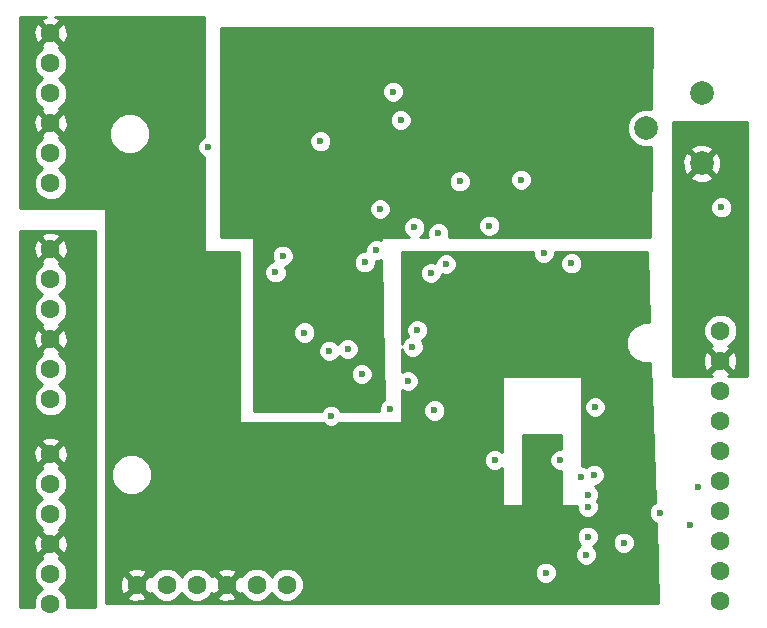
<source format=gbr>
G04 #@! TF.FileFunction,Copper,L2,Inr,Plane*
%FSLAX46Y46*%
G04 Gerber Fmt 4.6, Leading zero omitted, Abs format (unit mm)*
G04 Created by KiCad (PCBNEW 4.0.2-stable) date 3/8/2017 2:36:32 PM*
%MOMM*%
G01*
G04 APERTURE LIST*
%ADD10C,0.100000*%
%ADD11C,1.600000*%
%ADD12C,2.000000*%
%ADD13C,0.600000*%
%ADD14C,0.254000*%
G04 APERTURE END LIST*
D10*
D11*
X37000000Y-81800000D03*
X34460000Y-81800000D03*
X31920000Y-81800000D03*
X29380000Y-81800000D03*
X26840000Y-81800000D03*
X24300000Y-81800000D03*
X17000000Y-47800000D03*
X17000000Y-45260000D03*
X17000000Y-42720000D03*
X17000000Y-40180000D03*
X17000000Y-37640000D03*
X17000000Y-35100000D03*
X17000000Y-66100000D03*
X17000000Y-63560000D03*
X17000000Y-61020000D03*
X17000000Y-58480000D03*
X17000000Y-55940000D03*
X17000000Y-53400000D03*
X17000000Y-83400000D03*
X17000000Y-80860000D03*
X17000000Y-78320000D03*
X17000000Y-75780000D03*
X17000000Y-73240000D03*
X17000000Y-70700000D03*
X73700000Y-78080000D03*
X73700000Y-80620000D03*
X73700000Y-83160000D03*
X73700000Y-60300000D03*
X73700000Y-62840000D03*
X73700000Y-65380000D03*
X73700000Y-67920000D03*
X73700000Y-70460000D03*
X73700000Y-73000000D03*
X73700000Y-75540000D03*
D12*
X72136000Y-46132000D03*
X67436000Y-43132000D03*
X72136000Y-40132000D03*
D13*
X56850000Y-47500000D03*
X46000000Y-40050000D03*
X60150000Y-71250000D03*
X54600000Y-71250000D03*
X58750000Y-53700000D03*
X39850000Y-44250000D03*
X40600000Y-62000000D03*
X43600000Y-54500000D03*
X63100000Y-66750000D03*
X51650000Y-47650000D03*
X47250000Y-64550000D03*
X36350000Y-46500000D03*
X65750000Y-45850000D03*
X66500000Y-51550000D03*
X36600000Y-66800000D03*
X66600000Y-68750000D03*
X59436000Y-70104000D03*
X53300000Y-54500000D03*
X47100000Y-66250000D03*
X61100000Y-54600000D03*
X44600000Y-53500000D03*
X30350000Y-44750000D03*
X43350000Y-63950000D03*
X45750000Y-66900000D03*
X42150000Y-61850000D03*
X49500000Y-67050000D03*
X40750000Y-67500000D03*
X38500000Y-60450000D03*
X36050000Y-55350000D03*
X36650000Y-53950000D03*
X71120000Y-76708000D03*
X68580000Y-75692000D03*
X62484000Y-74168000D03*
X62350000Y-79250000D03*
X71850000Y-73500000D03*
X62484000Y-75184000D03*
X62484000Y-77724000D03*
X47800000Y-51550000D03*
X73800000Y-49850000D03*
X48050000Y-60250000D03*
X63000000Y-72500000D03*
X61900000Y-72700000D03*
X47650000Y-61650000D03*
X49200000Y-55400000D03*
X49850000Y-52050000D03*
X54150000Y-51400000D03*
X50500000Y-54650000D03*
X44900000Y-50000000D03*
X46650000Y-42450000D03*
X65532000Y-78232000D03*
X58928000Y-80772000D03*
D14*
G36*
X67875154Y-41544001D02*
X67762648Y-41497284D01*
X67112205Y-41496716D01*
X66511057Y-41745106D01*
X66050722Y-42204637D01*
X65801284Y-42805352D01*
X65800716Y-43455795D01*
X66049106Y-44056943D01*
X66508637Y-44517278D01*
X67109352Y-44766716D01*
X67759795Y-44767284D01*
X67830794Y-44737948D01*
X67724751Y-52373000D01*
X50728282Y-52373000D01*
X50784838Y-52236799D01*
X50785162Y-51864833D01*
X50669607Y-51585167D01*
X53214838Y-51585167D01*
X53356883Y-51928943D01*
X53619673Y-52192192D01*
X53963201Y-52334838D01*
X54335167Y-52335162D01*
X54678943Y-52193117D01*
X54942192Y-51930327D01*
X55084838Y-51586799D01*
X55085162Y-51214833D01*
X54943117Y-50871057D01*
X54680327Y-50607808D01*
X54336799Y-50465162D01*
X53964833Y-50464838D01*
X53621057Y-50606883D01*
X53357808Y-50869673D01*
X53215162Y-51213201D01*
X53214838Y-51585167D01*
X50669607Y-51585167D01*
X50643117Y-51521057D01*
X50380327Y-51257808D01*
X50036799Y-51115162D01*
X49664833Y-51114838D01*
X49321057Y-51256883D01*
X49057808Y-51519673D01*
X48915162Y-51863201D01*
X48914838Y-52235167D01*
X48971789Y-52373000D01*
X48256620Y-52373000D01*
X48328943Y-52343117D01*
X48592192Y-52080327D01*
X48734838Y-51736799D01*
X48735162Y-51364833D01*
X48593117Y-51021057D01*
X48330327Y-50757808D01*
X47986799Y-50615162D01*
X47614833Y-50614838D01*
X47271057Y-50756883D01*
X47007808Y-51019673D01*
X46865162Y-51363201D01*
X46864838Y-51735167D01*
X47006883Y-52078943D01*
X47269673Y-52342192D01*
X47343867Y-52373000D01*
X45100000Y-52373000D01*
X45050590Y-52383006D01*
X45008965Y-52411447D01*
X44981685Y-52453841D01*
X44973018Y-52502152D01*
X44975413Y-52643482D01*
X44786799Y-52565162D01*
X44414833Y-52564838D01*
X44071057Y-52706883D01*
X43807808Y-52969673D01*
X43665162Y-53313201D01*
X43664943Y-53565056D01*
X43414833Y-53564838D01*
X43071057Y-53706883D01*
X42807808Y-53969673D01*
X42665162Y-54313201D01*
X42664838Y-54685167D01*
X42806883Y-55028943D01*
X43069673Y-55292192D01*
X43413201Y-55434838D01*
X43785167Y-55435162D01*
X44128943Y-55293117D01*
X44392192Y-55030327D01*
X44534838Y-54686799D01*
X44535057Y-54434944D01*
X44785167Y-54435162D01*
X45004247Y-54344640D01*
X45064747Y-57914152D01*
X45075589Y-57963386D01*
X45085000Y-57976670D01*
X45085000Y-59108000D01*
X45085018Y-59110152D01*
X45203897Y-66124013D01*
X44957808Y-66369673D01*
X44815162Y-66713201D01*
X44814838Y-67085167D01*
X44830470Y-67123000D01*
X41605898Y-67123000D01*
X41543117Y-66971057D01*
X41280327Y-66707808D01*
X40936799Y-66565162D01*
X40564833Y-66564838D01*
X40221057Y-66706883D01*
X39957808Y-66969673D01*
X39894141Y-67123000D01*
X34227000Y-67123000D01*
X34227000Y-64135167D01*
X42414838Y-64135167D01*
X42556883Y-64478943D01*
X42819673Y-64742192D01*
X43163201Y-64884838D01*
X43535167Y-64885162D01*
X43878943Y-64743117D01*
X44142192Y-64480327D01*
X44284838Y-64136799D01*
X44285162Y-63764833D01*
X44143117Y-63421057D01*
X43880327Y-63157808D01*
X43536799Y-63015162D01*
X43164833Y-63014838D01*
X42821057Y-63156883D01*
X42557808Y-63419673D01*
X42415162Y-63763201D01*
X42414838Y-64135167D01*
X34227000Y-64135167D01*
X34227000Y-62185167D01*
X39664838Y-62185167D01*
X39806883Y-62528943D01*
X40069673Y-62792192D01*
X40413201Y-62934838D01*
X40785167Y-62935162D01*
X41128943Y-62793117D01*
X41392192Y-62530327D01*
X41426213Y-62448395D01*
X41619673Y-62642192D01*
X41963201Y-62784838D01*
X42335167Y-62785162D01*
X42678943Y-62643117D01*
X42942192Y-62380327D01*
X43084838Y-62036799D01*
X43085162Y-61664833D01*
X42943117Y-61321057D01*
X42680327Y-61057808D01*
X42336799Y-60915162D01*
X41964833Y-60914838D01*
X41621057Y-61056883D01*
X41357808Y-61319673D01*
X41323787Y-61401605D01*
X41130327Y-61207808D01*
X40786799Y-61065162D01*
X40414833Y-61064838D01*
X40071057Y-61206883D01*
X39807808Y-61469673D01*
X39665162Y-61813201D01*
X39664838Y-62185167D01*
X34227000Y-62185167D01*
X34227000Y-60635167D01*
X37564838Y-60635167D01*
X37706883Y-60978943D01*
X37969673Y-61242192D01*
X38313201Y-61384838D01*
X38685167Y-61385162D01*
X39028943Y-61243117D01*
X39292192Y-60980327D01*
X39434838Y-60636799D01*
X39435162Y-60264833D01*
X39293117Y-59921057D01*
X39030327Y-59657808D01*
X38686799Y-59515162D01*
X38314833Y-59514838D01*
X37971057Y-59656883D01*
X37707808Y-59919673D01*
X37565162Y-60263201D01*
X37564838Y-60635167D01*
X34227000Y-60635167D01*
X34227000Y-55535167D01*
X35114838Y-55535167D01*
X35256883Y-55878943D01*
X35519673Y-56142192D01*
X35863201Y-56284838D01*
X36235167Y-56285162D01*
X36578943Y-56143117D01*
X36842192Y-55880327D01*
X36984838Y-55536799D01*
X36985162Y-55164833D01*
X36864583Y-54873008D01*
X37178943Y-54743117D01*
X37442192Y-54480327D01*
X37584838Y-54136799D01*
X37585162Y-53764833D01*
X37443117Y-53421057D01*
X37180327Y-53157808D01*
X36836799Y-53015162D01*
X36464833Y-53014838D01*
X36121057Y-53156883D01*
X35857808Y-53419673D01*
X35715162Y-53763201D01*
X35714838Y-54135167D01*
X35835417Y-54426992D01*
X35521057Y-54556883D01*
X35257808Y-54819673D01*
X35115162Y-55163201D01*
X35114838Y-55535167D01*
X34227000Y-55535167D01*
X34227000Y-52500000D01*
X34216994Y-52450590D01*
X34188553Y-52408965D01*
X34146159Y-52381685D01*
X34100000Y-52373000D01*
X31477000Y-52373000D01*
X31477000Y-50185167D01*
X43964838Y-50185167D01*
X44106883Y-50528943D01*
X44369673Y-50792192D01*
X44713201Y-50934838D01*
X45085167Y-50935162D01*
X45428943Y-50793117D01*
X45692192Y-50530327D01*
X45834838Y-50186799D01*
X45835162Y-49814833D01*
X45693117Y-49471057D01*
X45430327Y-49207808D01*
X45086799Y-49065162D01*
X44714833Y-49064838D01*
X44371057Y-49206883D01*
X44107808Y-49469673D01*
X43965162Y-49813201D01*
X43964838Y-50185167D01*
X31477000Y-50185167D01*
X31477000Y-47835167D01*
X50714838Y-47835167D01*
X50856883Y-48178943D01*
X51119673Y-48442192D01*
X51463201Y-48584838D01*
X51835167Y-48585162D01*
X52178943Y-48443117D01*
X52442192Y-48180327D01*
X52584838Y-47836799D01*
X52584970Y-47685167D01*
X55914838Y-47685167D01*
X56056883Y-48028943D01*
X56319673Y-48292192D01*
X56663201Y-48434838D01*
X57035167Y-48435162D01*
X57378943Y-48293117D01*
X57642192Y-48030327D01*
X57784838Y-47686799D01*
X57785162Y-47314833D01*
X57643117Y-46971057D01*
X57380327Y-46707808D01*
X57036799Y-46565162D01*
X56664833Y-46564838D01*
X56321057Y-46706883D01*
X56057808Y-46969673D01*
X55915162Y-47313201D01*
X55914838Y-47685167D01*
X52584970Y-47685167D01*
X52585162Y-47464833D01*
X52443117Y-47121057D01*
X52180327Y-46857808D01*
X51836799Y-46715162D01*
X51464833Y-46714838D01*
X51121057Y-46856883D01*
X50857808Y-47119673D01*
X50715162Y-47463201D01*
X50714838Y-47835167D01*
X31477000Y-47835167D01*
X31477000Y-44435167D01*
X38914838Y-44435167D01*
X39056883Y-44778943D01*
X39319673Y-45042192D01*
X39663201Y-45184838D01*
X40035167Y-45185162D01*
X40378943Y-45043117D01*
X40642192Y-44780327D01*
X40784838Y-44436799D01*
X40785162Y-44064833D01*
X40643117Y-43721057D01*
X40380327Y-43457808D01*
X40036799Y-43315162D01*
X39664833Y-43314838D01*
X39321057Y-43456883D01*
X39057808Y-43719673D01*
X38915162Y-44063201D01*
X38914838Y-44435167D01*
X31477000Y-44435167D01*
X31477000Y-42635167D01*
X45714838Y-42635167D01*
X45856883Y-42978943D01*
X46119673Y-43242192D01*
X46463201Y-43384838D01*
X46835167Y-43385162D01*
X47178943Y-43243117D01*
X47442192Y-42980327D01*
X47584838Y-42636799D01*
X47585162Y-42264833D01*
X47443117Y-41921057D01*
X47180327Y-41657808D01*
X46836799Y-41515162D01*
X46464833Y-41514838D01*
X46121057Y-41656883D01*
X45857808Y-41919673D01*
X45715162Y-42263201D01*
X45714838Y-42635167D01*
X31477000Y-42635167D01*
X31477000Y-40235167D01*
X45064838Y-40235167D01*
X45206883Y-40578943D01*
X45469673Y-40842192D01*
X45813201Y-40984838D01*
X46185167Y-40985162D01*
X46528943Y-40843117D01*
X46792192Y-40580327D01*
X46934838Y-40236799D01*
X46935162Y-39864833D01*
X46793117Y-39521057D01*
X46530327Y-39257808D01*
X46186799Y-39115162D01*
X45814833Y-39114838D01*
X45471057Y-39256883D01*
X45207808Y-39519673D01*
X45065162Y-39863201D01*
X45064838Y-40235167D01*
X31477000Y-40235167D01*
X31477000Y-34627000D01*
X67971224Y-34627000D01*
X67875154Y-41544001D01*
X67875154Y-41544001D01*
G37*
X67875154Y-41544001D02*
X67762648Y-41497284D01*
X67112205Y-41496716D01*
X66511057Y-41745106D01*
X66050722Y-42204637D01*
X65801284Y-42805352D01*
X65800716Y-43455795D01*
X66049106Y-44056943D01*
X66508637Y-44517278D01*
X67109352Y-44766716D01*
X67759795Y-44767284D01*
X67830794Y-44737948D01*
X67724751Y-52373000D01*
X50728282Y-52373000D01*
X50784838Y-52236799D01*
X50785162Y-51864833D01*
X50669607Y-51585167D01*
X53214838Y-51585167D01*
X53356883Y-51928943D01*
X53619673Y-52192192D01*
X53963201Y-52334838D01*
X54335167Y-52335162D01*
X54678943Y-52193117D01*
X54942192Y-51930327D01*
X55084838Y-51586799D01*
X55085162Y-51214833D01*
X54943117Y-50871057D01*
X54680327Y-50607808D01*
X54336799Y-50465162D01*
X53964833Y-50464838D01*
X53621057Y-50606883D01*
X53357808Y-50869673D01*
X53215162Y-51213201D01*
X53214838Y-51585167D01*
X50669607Y-51585167D01*
X50643117Y-51521057D01*
X50380327Y-51257808D01*
X50036799Y-51115162D01*
X49664833Y-51114838D01*
X49321057Y-51256883D01*
X49057808Y-51519673D01*
X48915162Y-51863201D01*
X48914838Y-52235167D01*
X48971789Y-52373000D01*
X48256620Y-52373000D01*
X48328943Y-52343117D01*
X48592192Y-52080327D01*
X48734838Y-51736799D01*
X48735162Y-51364833D01*
X48593117Y-51021057D01*
X48330327Y-50757808D01*
X47986799Y-50615162D01*
X47614833Y-50614838D01*
X47271057Y-50756883D01*
X47007808Y-51019673D01*
X46865162Y-51363201D01*
X46864838Y-51735167D01*
X47006883Y-52078943D01*
X47269673Y-52342192D01*
X47343867Y-52373000D01*
X45100000Y-52373000D01*
X45050590Y-52383006D01*
X45008965Y-52411447D01*
X44981685Y-52453841D01*
X44973018Y-52502152D01*
X44975413Y-52643482D01*
X44786799Y-52565162D01*
X44414833Y-52564838D01*
X44071057Y-52706883D01*
X43807808Y-52969673D01*
X43665162Y-53313201D01*
X43664943Y-53565056D01*
X43414833Y-53564838D01*
X43071057Y-53706883D01*
X42807808Y-53969673D01*
X42665162Y-54313201D01*
X42664838Y-54685167D01*
X42806883Y-55028943D01*
X43069673Y-55292192D01*
X43413201Y-55434838D01*
X43785167Y-55435162D01*
X44128943Y-55293117D01*
X44392192Y-55030327D01*
X44534838Y-54686799D01*
X44535057Y-54434944D01*
X44785167Y-54435162D01*
X45004247Y-54344640D01*
X45064747Y-57914152D01*
X45075589Y-57963386D01*
X45085000Y-57976670D01*
X45085000Y-59108000D01*
X45085018Y-59110152D01*
X45203897Y-66124013D01*
X44957808Y-66369673D01*
X44815162Y-66713201D01*
X44814838Y-67085167D01*
X44830470Y-67123000D01*
X41605898Y-67123000D01*
X41543117Y-66971057D01*
X41280327Y-66707808D01*
X40936799Y-66565162D01*
X40564833Y-66564838D01*
X40221057Y-66706883D01*
X39957808Y-66969673D01*
X39894141Y-67123000D01*
X34227000Y-67123000D01*
X34227000Y-64135167D01*
X42414838Y-64135167D01*
X42556883Y-64478943D01*
X42819673Y-64742192D01*
X43163201Y-64884838D01*
X43535167Y-64885162D01*
X43878943Y-64743117D01*
X44142192Y-64480327D01*
X44284838Y-64136799D01*
X44285162Y-63764833D01*
X44143117Y-63421057D01*
X43880327Y-63157808D01*
X43536799Y-63015162D01*
X43164833Y-63014838D01*
X42821057Y-63156883D01*
X42557808Y-63419673D01*
X42415162Y-63763201D01*
X42414838Y-64135167D01*
X34227000Y-64135167D01*
X34227000Y-62185167D01*
X39664838Y-62185167D01*
X39806883Y-62528943D01*
X40069673Y-62792192D01*
X40413201Y-62934838D01*
X40785167Y-62935162D01*
X41128943Y-62793117D01*
X41392192Y-62530327D01*
X41426213Y-62448395D01*
X41619673Y-62642192D01*
X41963201Y-62784838D01*
X42335167Y-62785162D01*
X42678943Y-62643117D01*
X42942192Y-62380327D01*
X43084838Y-62036799D01*
X43085162Y-61664833D01*
X42943117Y-61321057D01*
X42680327Y-61057808D01*
X42336799Y-60915162D01*
X41964833Y-60914838D01*
X41621057Y-61056883D01*
X41357808Y-61319673D01*
X41323787Y-61401605D01*
X41130327Y-61207808D01*
X40786799Y-61065162D01*
X40414833Y-61064838D01*
X40071057Y-61206883D01*
X39807808Y-61469673D01*
X39665162Y-61813201D01*
X39664838Y-62185167D01*
X34227000Y-62185167D01*
X34227000Y-60635167D01*
X37564838Y-60635167D01*
X37706883Y-60978943D01*
X37969673Y-61242192D01*
X38313201Y-61384838D01*
X38685167Y-61385162D01*
X39028943Y-61243117D01*
X39292192Y-60980327D01*
X39434838Y-60636799D01*
X39435162Y-60264833D01*
X39293117Y-59921057D01*
X39030327Y-59657808D01*
X38686799Y-59515162D01*
X38314833Y-59514838D01*
X37971057Y-59656883D01*
X37707808Y-59919673D01*
X37565162Y-60263201D01*
X37564838Y-60635167D01*
X34227000Y-60635167D01*
X34227000Y-55535167D01*
X35114838Y-55535167D01*
X35256883Y-55878943D01*
X35519673Y-56142192D01*
X35863201Y-56284838D01*
X36235167Y-56285162D01*
X36578943Y-56143117D01*
X36842192Y-55880327D01*
X36984838Y-55536799D01*
X36985162Y-55164833D01*
X36864583Y-54873008D01*
X37178943Y-54743117D01*
X37442192Y-54480327D01*
X37584838Y-54136799D01*
X37585162Y-53764833D01*
X37443117Y-53421057D01*
X37180327Y-53157808D01*
X36836799Y-53015162D01*
X36464833Y-53014838D01*
X36121057Y-53156883D01*
X35857808Y-53419673D01*
X35715162Y-53763201D01*
X35714838Y-54135167D01*
X35835417Y-54426992D01*
X35521057Y-54556883D01*
X35257808Y-54819673D01*
X35115162Y-55163201D01*
X35114838Y-55535167D01*
X34227000Y-55535167D01*
X34227000Y-52500000D01*
X34216994Y-52450590D01*
X34188553Y-52408965D01*
X34146159Y-52381685D01*
X34100000Y-52373000D01*
X31477000Y-52373000D01*
X31477000Y-50185167D01*
X43964838Y-50185167D01*
X44106883Y-50528943D01*
X44369673Y-50792192D01*
X44713201Y-50934838D01*
X45085167Y-50935162D01*
X45428943Y-50793117D01*
X45692192Y-50530327D01*
X45834838Y-50186799D01*
X45835162Y-49814833D01*
X45693117Y-49471057D01*
X45430327Y-49207808D01*
X45086799Y-49065162D01*
X44714833Y-49064838D01*
X44371057Y-49206883D01*
X44107808Y-49469673D01*
X43965162Y-49813201D01*
X43964838Y-50185167D01*
X31477000Y-50185167D01*
X31477000Y-47835167D01*
X50714838Y-47835167D01*
X50856883Y-48178943D01*
X51119673Y-48442192D01*
X51463201Y-48584838D01*
X51835167Y-48585162D01*
X52178943Y-48443117D01*
X52442192Y-48180327D01*
X52584838Y-47836799D01*
X52584970Y-47685167D01*
X55914838Y-47685167D01*
X56056883Y-48028943D01*
X56319673Y-48292192D01*
X56663201Y-48434838D01*
X57035167Y-48435162D01*
X57378943Y-48293117D01*
X57642192Y-48030327D01*
X57784838Y-47686799D01*
X57785162Y-47314833D01*
X57643117Y-46971057D01*
X57380327Y-46707808D01*
X57036799Y-46565162D01*
X56664833Y-46564838D01*
X56321057Y-46706883D01*
X56057808Y-46969673D01*
X55915162Y-47313201D01*
X55914838Y-47685167D01*
X52584970Y-47685167D01*
X52585162Y-47464833D01*
X52443117Y-47121057D01*
X52180327Y-46857808D01*
X51836799Y-46715162D01*
X51464833Y-46714838D01*
X51121057Y-46856883D01*
X50857808Y-47119673D01*
X50715162Y-47463201D01*
X50714838Y-47835167D01*
X31477000Y-47835167D01*
X31477000Y-44435167D01*
X38914838Y-44435167D01*
X39056883Y-44778943D01*
X39319673Y-45042192D01*
X39663201Y-45184838D01*
X40035167Y-45185162D01*
X40378943Y-45043117D01*
X40642192Y-44780327D01*
X40784838Y-44436799D01*
X40785162Y-44064833D01*
X40643117Y-43721057D01*
X40380327Y-43457808D01*
X40036799Y-43315162D01*
X39664833Y-43314838D01*
X39321057Y-43456883D01*
X39057808Y-43719673D01*
X38915162Y-44063201D01*
X38914838Y-44435167D01*
X31477000Y-44435167D01*
X31477000Y-42635167D01*
X45714838Y-42635167D01*
X45856883Y-42978943D01*
X46119673Y-43242192D01*
X46463201Y-43384838D01*
X46835167Y-43385162D01*
X47178943Y-43243117D01*
X47442192Y-42980327D01*
X47584838Y-42636799D01*
X47585162Y-42264833D01*
X47443117Y-41921057D01*
X47180327Y-41657808D01*
X46836799Y-41515162D01*
X46464833Y-41514838D01*
X46121057Y-41656883D01*
X45857808Y-41919673D01*
X45715162Y-42263201D01*
X45714838Y-42635167D01*
X31477000Y-42635167D01*
X31477000Y-40235167D01*
X45064838Y-40235167D01*
X45206883Y-40578943D01*
X45469673Y-40842192D01*
X45813201Y-40984838D01*
X46185167Y-40985162D01*
X46528943Y-40843117D01*
X46792192Y-40580327D01*
X46934838Y-40236799D01*
X46935162Y-39864833D01*
X46793117Y-39521057D01*
X46530327Y-39257808D01*
X46186799Y-39115162D01*
X45814833Y-39114838D01*
X45471057Y-39256883D01*
X45207808Y-39519673D01*
X45065162Y-39863201D01*
X45064838Y-40235167D01*
X31477000Y-40235167D01*
X31477000Y-34627000D01*
X67971224Y-34627000D01*
X67875154Y-41544001D01*
G36*
X16245995Y-33846136D02*
X16171861Y-34092255D01*
X17000000Y-34920395D01*
X17828139Y-34092255D01*
X17754005Y-33846136D01*
X17361349Y-33705000D01*
X29973000Y-33705000D01*
X29973000Y-43894102D01*
X29821057Y-43956883D01*
X29557808Y-44219673D01*
X29415162Y-44563201D01*
X29414838Y-44935167D01*
X29556883Y-45278943D01*
X29819673Y-45542192D01*
X29973000Y-45605859D01*
X29973000Y-53500000D01*
X29983006Y-53549410D01*
X30011447Y-53591035D01*
X30053841Y-53618315D01*
X30100000Y-53627000D01*
X32973000Y-53627000D01*
X32973000Y-68000000D01*
X32983006Y-68049410D01*
X33011447Y-68091035D01*
X33053841Y-68118315D01*
X33100000Y-68127000D01*
X40054769Y-68127000D01*
X40219673Y-68292192D01*
X40563201Y-68434838D01*
X40935167Y-68435162D01*
X41278943Y-68293117D01*
X41445350Y-68127000D01*
X46600000Y-68127000D01*
X46649410Y-68116994D01*
X46691035Y-68088553D01*
X46718315Y-68046159D01*
X46727000Y-68000000D01*
X46727000Y-67235167D01*
X48564838Y-67235167D01*
X48706883Y-67578943D01*
X48969673Y-67842192D01*
X49313201Y-67984838D01*
X49685167Y-67985162D01*
X50028943Y-67843117D01*
X50292192Y-67580327D01*
X50434838Y-67236799D01*
X50435162Y-66864833D01*
X50293117Y-66521057D01*
X50030327Y-66257808D01*
X49686799Y-66115162D01*
X49314833Y-66114838D01*
X48971057Y-66256883D01*
X48707808Y-66519673D01*
X48565162Y-66863201D01*
X48564838Y-67235167D01*
X46727000Y-67235167D01*
X46727000Y-65345234D01*
X47063201Y-65484838D01*
X47435167Y-65485162D01*
X47778943Y-65343117D01*
X48042192Y-65080327D01*
X48184838Y-64736799D01*
X48185162Y-64364833D01*
X48043117Y-64021057D01*
X47780327Y-63757808D01*
X47436799Y-63615162D01*
X47064833Y-63614838D01*
X46727000Y-63754427D01*
X46727000Y-61864601D01*
X46856883Y-62178943D01*
X47119673Y-62442192D01*
X47463201Y-62584838D01*
X47835167Y-62585162D01*
X48178943Y-62443117D01*
X48442192Y-62180327D01*
X48584838Y-61836799D01*
X48585162Y-61464833D01*
X48443117Y-61121057D01*
X48427697Y-61105610D01*
X48578943Y-61043117D01*
X48842192Y-60780327D01*
X48984838Y-60436799D01*
X48985162Y-60064833D01*
X48843117Y-59721057D01*
X48580327Y-59457808D01*
X48236799Y-59315162D01*
X47864833Y-59314838D01*
X47521057Y-59456883D01*
X47257808Y-59719673D01*
X47115162Y-60063201D01*
X47114838Y-60435167D01*
X47256883Y-60778943D01*
X47272303Y-60794390D01*
X47121057Y-60856883D01*
X46857808Y-61119673D01*
X46727000Y-61434692D01*
X46727000Y-55585167D01*
X48264838Y-55585167D01*
X48406883Y-55928943D01*
X48669673Y-56192192D01*
X49013201Y-56334838D01*
X49385167Y-56335162D01*
X49728943Y-56193117D01*
X49992192Y-55930327D01*
X50134838Y-55586799D01*
X50134904Y-55510802D01*
X50313201Y-55584838D01*
X50685167Y-55585162D01*
X51028943Y-55443117D01*
X51292192Y-55180327D01*
X51434838Y-54836799D01*
X51434882Y-54785167D01*
X60164838Y-54785167D01*
X60306883Y-55128943D01*
X60569673Y-55392192D01*
X60913201Y-55534838D01*
X61285167Y-55535162D01*
X61628943Y-55393117D01*
X61892192Y-55130327D01*
X62034838Y-54786799D01*
X62035162Y-54414833D01*
X61893117Y-54071057D01*
X61630327Y-53807808D01*
X61286799Y-53665162D01*
X60914833Y-53664838D01*
X60571057Y-53806883D01*
X60307808Y-54069673D01*
X60165162Y-54413201D01*
X60164838Y-54785167D01*
X51434882Y-54785167D01*
X51435162Y-54464833D01*
X51293117Y-54121057D01*
X51030327Y-53857808D01*
X50686799Y-53715162D01*
X50314833Y-53714838D01*
X49971057Y-53856883D01*
X49707808Y-54119673D01*
X49565162Y-54463201D01*
X49565096Y-54539198D01*
X49386799Y-54465162D01*
X49014833Y-54464838D01*
X48671057Y-54606883D01*
X48407808Y-54869673D01*
X48265162Y-55213201D01*
X48264838Y-55585167D01*
X46727000Y-55585167D01*
X46727000Y-53627000D01*
X57815063Y-53627000D01*
X57814838Y-53885167D01*
X57956883Y-54228943D01*
X58219673Y-54492192D01*
X58563201Y-54634838D01*
X58935167Y-54635162D01*
X59278943Y-54493117D01*
X59542192Y-54230327D01*
X59684838Y-53886799D01*
X59685064Y-53627000D01*
X67477162Y-53627000D01*
X67676101Y-59595170D01*
X67136401Y-59594699D01*
X66498485Y-59858281D01*
X66009996Y-60345918D01*
X65745301Y-60983373D01*
X65744699Y-61673599D01*
X66008281Y-62311515D01*
X66495918Y-62800004D01*
X67133373Y-63064699D01*
X67791771Y-63065273D01*
X68184389Y-74843792D01*
X68051057Y-74898883D01*
X67787808Y-75161673D01*
X67645162Y-75505201D01*
X67644838Y-75877167D01*
X67786883Y-76220943D01*
X68049673Y-76484192D01*
X68241727Y-76563940D01*
X68468696Y-83373000D01*
X21727000Y-83373000D01*
X21727000Y-82807745D01*
X23471861Y-82807745D01*
X23545995Y-83053864D01*
X24083223Y-83246965D01*
X24653454Y-83219778D01*
X25054005Y-83053864D01*
X25128139Y-82807745D01*
X24300000Y-81979605D01*
X23471861Y-82807745D01*
X21727000Y-82807745D01*
X21727000Y-81583223D01*
X22853035Y-81583223D01*
X22880222Y-82153454D01*
X23046136Y-82554005D01*
X23292255Y-82628139D01*
X24120395Y-81800000D01*
X24479605Y-81800000D01*
X25307745Y-82628139D01*
X25553864Y-82554005D01*
X25574805Y-82495746D01*
X25622757Y-82611800D01*
X26026077Y-83015824D01*
X26553309Y-83234750D01*
X27124187Y-83235248D01*
X27651800Y-83017243D01*
X28055824Y-82613923D01*
X28109862Y-82483785D01*
X28162757Y-82611800D01*
X28566077Y-83015824D01*
X29093309Y-83234750D01*
X29664187Y-83235248D01*
X30191800Y-83017243D01*
X30401663Y-82807745D01*
X31091861Y-82807745D01*
X31165995Y-83053864D01*
X31703223Y-83246965D01*
X32273454Y-83219778D01*
X32674005Y-83053864D01*
X32748139Y-82807745D01*
X31920000Y-81979605D01*
X31091861Y-82807745D01*
X30401663Y-82807745D01*
X30595824Y-82613923D01*
X30643448Y-82499232D01*
X30666136Y-82554005D01*
X30912255Y-82628139D01*
X31740395Y-81800000D01*
X32099605Y-81800000D01*
X32927745Y-82628139D01*
X33173864Y-82554005D01*
X33194805Y-82495746D01*
X33242757Y-82611800D01*
X33646077Y-83015824D01*
X34173309Y-83234750D01*
X34744187Y-83235248D01*
X35271800Y-83017243D01*
X35675824Y-82613923D01*
X35729862Y-82483785D01*
X35782757Y-82611800D01*
X36186077Y-83015824D01*
X36713309Y-83234750D01*
X37284187Y-83235248D01*
X37811800Y-83017243D01*
X38215824Y-82613923D01*
X38434750Y-82086691D01*
X38435248Y-81515813D01*
X38217243Y-80988200D01*
X38186265Y-80957167D01*
X57992838Y-80957167D01*
X58134883Y-81300943D01*
X58397673Y-81564192D01*
X58741201Y-81706838D01*
X59113167Y-81707162D01*
X59456943Y-81565117D01*
X59720192Y-81302327D01*
X59862838Y-80958799D01*
X59863162Y-80586833D01*
X59721117Y-80243057D01*
X59458327Y-79979808D01*
X59114799Y-79837162D01*
X58742833Y-79836838D01*
X58399057Y-79978883D01*
X58135808Y-80241673D01*
X57993162Y-80585201D01*
X57992838Y-80957167D01*
X38186265Y-80957167D01*
X37813923Y-80584176D01*
X37286691Y-80365250D01*
X36715813Y-80364752D01*
X36188200Y-80582757D01*
X35784176Y-80986077D01*
X35730138Y-81116215D01*
X35677243Y-80988200D01*
X35273923Y-80584176D01*
X34746691Y-80365250D01*
X34175813Y-80364752D01*
X33648200Y-80582757D01*
X33244176Y-80986077D01*
X33196552Y-81100768D01*
X33173864Y-81045995D01*
X32927745Y-80971861D01*
X32099605Y-81800000D01*
X31740395Y-81800000D01*
X30912255Y-80971861D01*
X30666136Y-81045995D01*
X30645195Y-81104254D01*
X30597243Y-80988200D01*
X30401640Y-80792255D01*
X31091861Y-80792255D01*
X31920000Y-81620395D01*
X32748139Y-80792255D01*
X32674005Y-80546136D01*
X32136777Y-80353035D01*
X31566546Y-80380222D01*
X31165995Y-80546136D01*
X31091861Y-80792255D01*
X30401640Y-80792255D01*
X30193923Y-80584176D01*
X29666691Y-80365250D01*
X29095813Y-80364752D01*
X28568200Y-80582757D01*
X28164176Y-80986077D01*
X28110138Y-81116215D01*
X28057243Y-80988200D01*
X27653923Y-80584176D01*
X27126691Y-80365250D01*
X26555813Y-80364752D01*
X26028200Y-80582757D01*
X25624176Y-80986077D01*
X25576552Y-81100768D01*
X25553864Y-81045995D01*
X25307745Y-80971861D01*
X24479605Y-81800000D01*
X24120395Y-81800000D01*
X23292255Y-80971861D01*
X23046136Y-81045995D01*
X22853035Y-81583223D01*
X21727000Y-81583223D01*
X21727000Y-80792255D01*
X23471861Y-80792255D01*
X24300000Y-81620395D01*
X25128139Y-80792255D01*
X25054005Y-80546136D01*
X24516777Y-80353035D01*
X23946546Y-80380222D01*
X23545995Y-80546136D01*
X23471861Y-80792255D01*
X21727000Y-80792255D01*
X21727000Y-79435167D01*
X61414838Y-79435167D01*
X61556883Y-79778943D01*
X61819673Y-80042192D01*
X62163201Y-80184838D01*
X62535167Y-80185162D01*
X62878943Y-80043117D01*
X63142192Y-79780327D01*
X63284838Y-79436799D01*
X63285162Y-79064833D01*
X63143117Y-78721057D01*
X62960970Y-78538592D01*
X63012943Y-78517117D01*
X63113067Y-78417167D01*
X64596838Y-78417167D01*
X64738883Y-78760943D01*
X65001673Y-79024192D01*
X65345201Y-79166838D01*
X65717167Y-79167162D01*
X66060943Y-79025117D01*
X66324192Y-78762327D01*
X66466838Y-78418799D01*
X66467162Y-78046833D01*
X66325117Y-77703057D01*
X66062327Y-77439808D01*
X65718799Y-77297162D01*
X65346833Y-77296838D01*
X65003057Y-77438883D01*
X64739808Y-77701673D01*
X64597162Y-78045201D01*
X64596838Y-78417167D01*
X63113067Y-78417167D01*
X63276192Y-78254327D01*
X63418838Y-77910799D01*
X63419162Y-77538833D01*
X63277117Y-77195057D01*
X63014327Y-76931808D01*
X62670799Y-76789162D01*
X62298833Y-76788838D01*
X61955057Y-76930883D01*
X61691808Y-77193673D01*
X61549162Y-77537201D01*
X61548838Y-77909167D01*
X61690883Y-78252943D01*
X61873030Y-78435408D01*
X61821057Y-78456883D01*
X61557808Y-78719673D01*
X61415162Y-79063201D01*
X61414838Y-79435167D01*
X21727000Y-79435167D01*
X21727000Y-72843599D01*
X22114699Y-72843599D01*
X22378281Y-73481515D01*
X22865918Y-73970004D01*
X23503373Y-74234699D01*
X24193599Y-74235301D01*
X24831515Y-73971719D01*
X25320004Y-73484082D01*
X25584699Y-72846627D01*
X25585301Y-72156401D01*
X25321719Y-71518485D01*
X25238547Y-71435167D01*
X53664838Y-71435167D01*
X53806883Y-71778943D01*
X54069673Y-72042192D01*
X54413201Y-72184838D01*
X54785167Y-72185162D01*
X55128943Y-72043117D01*
X55223000Y-71949224D01*
X55223000Y-75000000D01*
X55233006Y-75049410D01*
X55261447Y-75091035D01*
X55303841Y-75118315D01*
X55350000Y-75127000D01*
X56850000Y-75127000D01*
X56899410Y-75116994D01*
X56941035Y-75088553D01*
X56968315Y-75046159D01*
X56977000Y-75000000D01*
X56977000Y-69127000D01*
X60223000Y-69127000D01*
X60223000Y-70315063D01*
X59964833Y-70314838D01*
X59621057Y-70456883D01*
X59357808Y-70719673D01*
X59215162Y-71063201D01*
X59214838Y-71435167D01*
X59356883Y-71778943D01*
X59619673Y-72042192D01*
X59963201Y-72184838D01*
X60223000Y-72185064D01*
X60223000Y-75000000D01*
X60233006Y-75049410D01*
X60261447Y-75091035D01*
X60303841Y-75118315D01*
X60350000Y-75127000D01*
X61549049Y-75127000D01*
X61548838Y-75369167D01*
X61690883Y-75712943D01*
X61953673Y-75976192D01*
X62297201Y-76118838D01*
X62669167Y-76119162D01*
X63012943Y-75977117D01*
X63276192Y-75714327D01*
X63418838Y-75370799D01*
X63419162Y-74998833D01*
X63285617Y-74675629D01*
X63418838Y-74354799D01*
X63419162Y-73982833D01*
X63277117Y-73639057D01*
X63073480Y-73435065D01*
X63185167Y-73435162D01*
X63528943Y-73293117D01*
X63792192Y-73030327D01*
X63934838Y-72686799D01*
X63935162Y-72314833D01*
X63793117Y-71971057D01*
X63530327Y-71707808D01*
X63186799Y-71565162D01*
X62814833Y-71564838D01*
X62471057Y-71706883D01*
X62316944Y-71860727D01*
X62086799Y-71765162D01*
X61977000Y-71765066D01*
X61977000Y-66935167D01*
X62164838Y-66935167D01*
X62306883Y-67278943D01*
X62569673Y-67542192D01*
X62913201Y-67684838D01*
X63285167Y-67685162D01*
X63628943Y-67543117D01*
X63892192Y-67280327D01*
X64034838Y-66936799D01*
X64035162Y-66564833D01*
X63893117Y-66221057D01*
X63630327Y-65957808D01*
X63286799Y-65815162D01*
X62914833Y-65814838D01*
X62571057Y-65956883D01*
X62307808Y-66219673D01*
X62165162Y-66563201D01*
X62164838Y-66935167D01*
X61977000Y-66935167D01*
X61977000Y-64250000D01*
X61966994Y-64200590D01*
X61938553Y-64158965D01*
X61896159Y-64131685D01*
X61850000Y-64123000D01*
X55350000Y-64123000D01*
X55300590Y-64133006D01*
X55258965Y-64161447D01*
X55231685Y-64203841D01*
X55223000Y-64250000D01*
X55223000Y-70550643D01*
X55130327Y-70457808D01*
X54786799Y-70315162D01*
X54414833Y-70314838D01*
X54071057Y-70456883D01*
X53807808Y-70719673D01*
X53665162Y-71063201D01*
X53664838Y-71435167D01*
X25238547Y-71435167D01*
X24834082Y-71029996D01*
X24196627Y-70765301D01*
X23506401Y-70764699D01*
X22868485Y-71028281D01*
X22379996Y-71515918D01*
X22115301Y-72153373D01*
X22114699Y-72843599D01*
X21727000Y-72843599D01*
X21727000Y-50000000D01*
X21716994Y-49950590D01*
X21688553Y-49908965D01*
X21646159Y-49881685D01*
X21600000Y-49873000D01*
X14401000Y-49873000D01*
X14401000Y-45544187D01*
X15564752Y-45544187D01*
X15782757Y-46071800D01*
X16186077Y-46475824D01*
X16316215Y-46529862D01*
X16188200Y-46582757D01*
X15784176Y-46986077D01*
X15565250Y-47513309D01*
X15564752Y-48084187D01*
X15782757Y-48611800D01*
X16186077Y-49015824D01*
X16713309Y-49234750D01*
X17284187Y-49235248D01*
X17811800Y-49017243D01*
X18215824Y-48613923D01*
X18434750Y-48086691D01*
X18435248Y-47515813D01*
X18217243Y-46988200D01*
X17813923Y-46584176D01*
X17683785Y-46530138D01*
X17811800Y-46477243D01*
X18215824Y-46073923D01*
X18434750Y-45546691D01*
X18435248Y-44975813D01*
X18217243Y-44448200D01*
X17813923Y-44044176D01*
X17699232Y-43996552D01*
X17754005Y-43973864D01*
X17760109Y-43953599D01*
X21984699Y-43953599D01*
X22248281Y-44591515D01*
X22735918Y-45080004D01*
X23373373Y-45344699D01*
X24063599Y-45345301D01*
X24701515Y-45081719D01*
X25190004Y-44594082D01*
X25454699Y-43956627D01*
X25455301Y-43266401D01*
X25191719Y-42628485D01*
X24704082Y-42139996D01*
X24066627Y-41875301D01*
X23376401Y-41874699D01*
X22738485Y-42138281D01*
X22249996Y-42625918D01*
X21985301Y-43263373D01*
X21984699Y-43953599D01*
X17760109Y-43953599D01*
X17828139Y-43727745D01*
X17000000Y-42899605D01*
X16171861Y-43727745D01*
X16245995Y-43973864D01*
X16304254Y-43994805D01*
X16188200Y-44042757D01*
X15784176Y-44446077D01*
X15565250Y-44973309D01*
X15564752Y-45544187D01*
X14401000Y-45544187D01*
X14401000Y-42503223D01*
X15553035Y-42503223D01*
X15580222Y-43073454D01*
X15746136Y-43474005D01*
X15992255Y-43548139D01*
X16820395Y-42720000D01*
X17179605Y-42720000D01*
X18007745Y-43548139D01*
X18253864Y-43474005D01*
X18446965Y-42936777D01*
X18419778Y-42366546D01*
X18253864Y-41965995D01*
X18007745Y-41891861D01*
X17179605Y-42720000D01*
X16820395Y-42720000D01*
X15992255Y-41891861D01*
X15746136Y-41965995D01*
X15553035Y-42503223D01*
X14401000Y-42503223D01*
X14401000Y-37924187D01*
X15564752Y-37924187D01*
X15782757Y-38451800D01*
X16186077Y-38855824D01*
X16316215Y-38909862D01*
X16188200Y-38962757D01*
X15784176Y-39366077D01*
X15565250Y-39893309D01*
X15564752Y-40464187D01*
X15782757Y-40991800D01*
X16186077Y-41395824D01*
X16300768Y-41443448D01*
X16245995Y-41466136D01*
X16171861Y-41712255D01*
X17000000Y-42540395D01*
X17828139Y-41712255D01*
X17754005Y-41466136D01*
X17695746Y-41445195D01*
X17811800Y-41397243D01*
X18215824Y-40993923D01*
X18434750Y-40466691D01*
X18435248Y-39895813D01*
X18217243Y-39368200D01*
X17813923Y-38964176D01*
X17683785Y-38910138D01*
X17811800Y-38857243D01*
X18215824Y-38453923D01*
X18434750Y-37926691D01*
X18435248Y-37355813D01*
X18217243Y-36828200D01*
X17813923Y-36424176D01*
X17699232Y-36376552D01*
X17754005Y-36353864D01*
X17828139Y-36107745D01*
X17000000Y-35279605D01*
X16171861Y-36107745D01*
X16245995Y-36353864D01*
X16304254Y-36374805D01*
X16188200Y-36422757D01*
X15784176Y-36826077D01*
X15565250Y-37353309D01*
X15564752Y-37924187D01*
X14401000Y-37924187D01*
X14401000Y-34883223D01*
X15553035Y-34883223D01*
X15580222Y-35453454D01*
X15746136Y-35854005D01*
X15992255Y-35928139D01*
X16820395Y-35100000D01*
X17179605Y-35100000D01*
X18007745Y-35928139D01*
X18253864Y-35854005D01*
X18446965Y-35316777D01*
X18419778Y-34746546D01*
X18253864Y-34345995D01*
X18007745Y-34271861D01*
X17179605Y-35100000D01*
X16820395Y-35100000D01*
X15992255Y-34271861D01*
X15746136Y-34345995D01*
X15553035Y-34883223D01*
X14401000Y-34883223D01*
X14401000Y-33705000D01*
X16586727Y-33705000D01*
X16245995Y-33846136D01*
X16245995Y-33846136D01*
G37*
X16245995Y-33846136D02*
X16171861Y-34092255D01*
X17000000Y-34920395D01*
X17828139Y-34092255D01*
X17754005Y-33846136D01*
X17361349Y-33705000D01*
X29973000Y-33705000D01*
X29973000Y-43894102D01*
X29821057Y-43956883D01*
X29557808Y-44219673D01*
X29415162Y-44563201D01*
X29414838Y-44935167D01*
X29556883Y-45278943D01*
X29819673Y-45542192D01*
X29973000Y-45605859D01*
X29973000Y-53500000D01*
X29983006Y-53549410D01*
X30011447Y-53591035D01*
X30053841Y-53618315D01*
X30100000Y-53627000D01*
X32973000Y-53627000D01*
X32973000Y-68000000D01*
X32983006Y-68049410D01*
X33011447Y-68091035D01*
X33053841Y-68118315D01*
X33100000Y-68127000D01*
X40054769Y-68127000D01*
X40219673Y-68292192D01*
X40563201Y-68434838D01*
X40935167Y-68435162D01*
X41278943Y-68293117D01*
X41445350Y-68127000D01*
X46600000Y-68127000D01*
X46649410Y-68116994D01*
X46691035Y-68088553D01*
X46718315Y-68046159D01*
X46727000Y-68000000D01*
X46727000Y-67235167D01*
X48564838Y-67235167D01*
X48706883Y-67578943D01*
X48969673Y-67842192D01*
X49313201Y-67984838D01*
X49685167Y-67985162D01*
X50028943Y-67843117D01*
X50292192Y-67580327D01*
X50434838Y-67236799D01*
X50435162Y-66864833D01*
X50293117Y-66521057D01*
X50030327Y-66257808D01*
X49686799Y-66115162D01*
X49314833Y-66114838D01*
X48971057Y-66256883D01*
X48707808Y-66519673D01*
X48565162Y-66863201D01*
X48564838Y-67235167D01*
X46727000Y-67235167D01*
X46727000Y-65345234D01*
X47063201Y-65484838D01*
X47435167Y-65485162D01*
X47778943Y-65343117D01*
X48042192Y-65080327D01*
X48184838Y-64736799D01*
X48185162Y-64364833D01*
X48043117Y-64021057D01*
X47780327Y-63757808D01*
X47436799Y-63615162D01*
X47064833Y-63614838D01*
X46727000Y-63754427D01*
X46727000Y-61864601D01*
X46856883Y-62178943D01*
X47119673Y-62442192D01*
X47463201Y-62584838D01*
X47835167Y-62585162D01*
X48178943Y-62443117D01*
X48442192Y-62180327D01*
X48584838Y-61836799D01*
X48585162Y-61464833D01*
X48443117Y-61121057D01*
X48427697Y-61105610D01*
X48578943Y-61043117D01*
X48842192Y-60780327D01*
X48984838Y-60436799D01*
X48985162Y-60064833D01*
X48843117Y-59721057D01*
X48580327Y-59457808D01*
X48236799Y-59315162D01*
X47864833Y-59314838D01*
X47521057Y-59456883D01*
X47257808Y-59719673D01*
X47115162Y-60063201D01*
X47114838Y-60435167D01*
X47256883Y-60778943D01*
X47272303Y-60794390D01*
X47121057Y-60856883D01*
X46857808Y-61119673D01*
X46727000Y-61434692D01*
X46727000Y-55585167D01*
X48264838Y-55585167D01*
X48406883Y-55928943D01*
X48669673Y-56192192D01*
X49013201Y-56334838D01*
X49385167Y-56335162D01*
X49728943Y-56193117D01*
X49992192Y-55930327D01*
X50134838Y-55586799D01*
X50134904Y-55510802D01*
X50313201Y-55584838D01*
X50685167Y-55585162D01*
X51028943Y-55443117D01*
X51292192Y-55180327D01*
X51434838Y-54836799D01*
X51434882Y-54785167D01*
X60164838Y-54785167D01*
X60306883Y-55128943D01*
X60569673Y-55392192D01*
X60913201Y-55534838D01*
X61285167Y-55535162D01*
X61628943Y-55393117D01*
X61892192Y-55130327D01*
X62034838Y-54786799D01*
X62035162Y-54414833D01*
X61893117Y-54071057D01*
X61630327Y-53807808D01*
X61286799Y-53665162D01*
X60914833Y-53664838D01*
X60571057Y-53806883D01*
X60307808Y-54069673D01*
X60165162Y-54413201D01*
X60164838Y-54785167D01*
X51434882Y-54785167D01*
X51435162Y-54464833D01*
X51293117Y-54121057D01*
X51030327Y-53857808D01*
X50686799Y-53715162D01*
X50314833Y-53714838D01*
X49971057Y-53856883D01*
X49707808Y-54119673D01*
X49565162Y-54463201D01*
X49565096Y-54539198D01*
X49386799Y-54465162D01*
X49014833Y-54464838D01*
X48671057Y-54606883D01*
X48407808Y-54869673D01*
X48265162Y-55213201D01*
X48264838Y-55585167D01*
X46727000Y-55585167D01*
X46727000Y-53627000D01*
X57815063Y-53627000D01*
X57814838Y-53885167D01*
X57956883Y-54228943D01*
X58219673Y-54492192D01*
X58563201Y-54634838D01*
X58935167Y-54635162D01*
X59278943Y-54493117D01*
X59542192Y-54230327D01*
X59684838Y-53886799D01*
X59685064Y-53627000D01*
X67477162Y-53627000D01*
X67676101Y-59595170D01*
X67136401Y-59594699D01*
X66498485Y-59858281D01*
X66009996Y-60345918D01*
X65745301Y-60983373D01*
X65744699Y-61673599D01*
X66008281Y-62311515D01*
X66495918Y-62800004D01*
X67133373Y-63064699D01*
X67791771Y-63065273D01*
X68184389Y-74843792D01*
X68051057Y-74898883D01*
X67787808Y-75161673D01*
X67645162Y-75505201D01*
X67644838Y-75877167D01*
X67786883Y-76220943D01*
X68049673Y-76484192D01*
X68241727Y-76563940D01*
X68468696Y-83373000D01*
X21727000Y-83373000D01*
X21727000Y-82807745D01*
X23471861Y-82807745D01*
X23545995Y-83053864D01*
X24083223Y-83246965D01*
X24653454Y-83219778D01*
X25054005Y-83053864D01*
X25128139Y-82807745D01*
X24300000Y-81979605D01*
X23471861Y-82807745D01*
X21727000Y-82807745D01*
X21727000Y-81583223D01*
X22853035Y-81583223D01*
X22880222Y-82153454D01*
X23046136Y-82554005D01*
X23292255Y-82628139D01*
X24120395Y-81800000D01*
X24479605Y-81800000D01*
X25307745Y-82628139D01*
X25553864Y-82554005D01*
X25574805Y-82495746D01*
X25622757Y-82611800D01*
X26026077Y-83015824D01*
X26553309Y-83234750D01*
X27124187Y-83235248D01*
X27651800Y-83017243D01*
X28055824Y-82613923D01*
X28109862Y-82483785D01*
X28162757Y-82611800D01*
X28566077Y-83015824D01*
X29093309Y-83234750D01*
X29664187Y-83235248D01*
X30191800Y-83017243D01*
X30401663Y-82807745D01*
X31091861Y-82807745D01*
X31165995Y-83053864D01*
X31703223Y-83246965D01*
X32273454Y-83219778D01*
X32674005Y-83053864D01*
X32748139Y-82807745D01*
X31920000Y-81979605D01*
X31091861Y-82807745D01*
X30401663Y-82807745D01*
X30595824Y-82613923D01*
X30643448Y-82499232D01*
X30666136Y-82554005D01*
X30912255Y-82628139D01*
X31740395Y-81800000D01*
X32099605Y-81800000D01*
X32927745Y-82628139D01*
X33173864Y-82554005D01*
X33194805Y-82495746D01*
X33242757Y-82611800D01*
X33646077Y-83015824D01*
X34173309Y-83234750D01*
X34744187Y-83235248D01*
X35271800Y-83017243D01*
X35675824Y-82613923D01*
X35729862Y-82483785D01*
X35782757Y-82611800D01*
X36186077Y-83015824D01*
X36713309Y-83234750D01*
X37284187Y-83235248D01*
X37811800Y-83017243D01*
X38215824Y-82613923D01*
X38434750Y-82086691D01*
X38435248Y-81515813D01*
X38217243Y-80988200D01*
X38186265Y-80957167D01*
X57992838Y-80957167D01*
X58134883Y-81300943D01*
X58397673Y-81564192D01*
X58741201Y-81706838D01*
X59113167Y-81707162D01*
X59456943Y-81565117D01*
X59720192Y-81302327D01*
X59862838Y-80958799D01*
X59863162Y-80586833D01*
X59721117Y-80243057D01*
X59458327Y-79979808D01*
X59114799Y-79837162D01*
X58742833Y-79836838D01*
X58399057Y-79978883D01*
X58135808Y-80241673D01*
X57993162Y-80585201D01*
X57992838Y-80957167D01*
X38186265Y-80957167D01*
X37813923Y-80584176D01*
X37286691Y-80365250D01*
X36715813Y-80364752D01*
X36188200Y-80582757D01*
X35784176Y-80986077D01*
X35730138Y-81116215D01*
X35677243Y-80988200D01*
X35273923Y-80584176D01*
X34746691Y-80365250D01*
X34175813Y-80364752D01*
X33648200Y-80582757D01*
X33244176Y-80986077D01*
X33196552Y-81100768D01*
X33173864Y-81045995D01*
X32927745Y-80971861D01*
X32099605Y-81800000D01*
X31740395Y-81800000D01*
X30912255Y-80971861D01*
X30666136Y-81045995D01*
X30645195Y-81104254D01*
X30597243Y-80988200D01*
X30401640Y-80792255D01*
X31091861Y-80792255D01*
X31920000Y-81620395D01*
X32748139Y-80792255D01*
X32674005Y-80546136D01*
X32136777Y-80353035D01*
X31566546Y-80380222D01*
X31165995Y-80546136D01*
X31091861Y-80792255D01*
X30401640Y-80792255D01*
X30193923Y-80584176D01*
X29666691Y-80365250D01*
X29095813Y-80364752D01*
X28568200Y-80582757D01*
X28164176Y-80986077D01*
X28110138Y-81116215D01*
X28057243Y-80988200D01*
X27653923Y-80584176D01*
X27126691Y-80365250D01*
X26555813Y-80364752D01*
X26028200Y-80582757D01*
X25624176Y-80986077D01*
X25576552Y-81100768D01*
X25553864Y-81045995D01*
X25307745Y-80971861D01*
X24479605Y-81800000D01*
X24120395Y-81800000D01*
X23292255Y-80971861D01*
X23046136Y-81045995D01*
X22853035Y-81583223D01*
X21727000Y-81583223D01*
X21727000Y-80792255D01*
X23471861Y-80792255D01*
X24300000Y-81620395D01*
X25128139Y-80792255D01*
X25054005Y-80546136D01*
X24516777Y-80353035D01*
X23946546Y-80380222D01*
X23545995Y-80546136D01*
X23471861Y-80792255D01*
X21727000Y-80792255D01*
X21727000Y-79435167D01*
X61414838Y-79435167D01*
X61556883Y-79778943D01*
X61819673Y-80042192D01*
X62163201Y-80184838D01*
X62535167Y-80185162D01*
X62878943Y-80043117D01*
X63142192Y-79780327D01*
X63284838Y-79436799D01*
X63285162Y-79064833D01*
X63143117Y-78721057D01*
X62960970Y-78538592D01*
X63012943Y-78517117D01*
X63113067Y-78417167D01*
X64596838Y-78417167D01*
X64738883Y-78760943D01*
X65001673Y-79024192D01*
X65345201Y-79166838D01*
X65717167Y-79167162D01*
X66060943Y-79025117D01*
X66324192Y-78762327D01*
X66466838Y-78418799D01*
X66467162Y-78046833D01*
X66325117Y-77703057D01*
X66062327Y-77439808D01*
X65718799Y-77297162D01*
X65346833Y-77296838D01*
X65003057Y-77438883D01*
X64739808Y-77701673D01*
X64597162Y-78045201D01*
X64596838Y-78417167D01*
X63113067Y-78417167D01*
X63276192Y-78254327D01*
X63418838Y-77910799D01*
X63419162Y-77538833D01*
X63277117Y-77195057D01*
X63014327Y-76931808D01*
X62670799Y-76789162D01*
X62298833Y-76788838D01*
X61955057Y-76930883D01*
X61691808Y-77193673D01*
X61549162Y-77537201D01*
X61548838Y-77909167D01*
X61690883Y-78252943D01*
X61873030Y-78435408D01*
X61821057Y-78456883D01*
X61557808Y-78719673D01*
X61415162Y-79063201D01*
X61414838Y-79435167D01*
X21727000Y-79435167D01*
X21727000Y-72843599D01*
X22114699Y-72843599D01*
X22378281Y-73481515D01*
X22865918Y-73970004D01*
X23503373Y-74234699D01*
X24193599Y-74235301D01*
X24831515Y-73971719D01*
X25320004Y-73484082D01*
X25584699Y-72846627D01*
X25585301Y-72156401D01*
X25321719Y-71518485D01*
X25238547Y-71435167D01*
X53664838Y-71435167D01*
X53806883Y-71778943D01*
X54069673Y-72042192D01*
X54413201Y-72184838D01*
X54785167Y-72185162D01*
X55128943Y-72043117D01*
X55223000Y-71949224D01*
X55223000Y-75000000D01*
X55233006Y-75049410D01*
X55261447Y-75091035D01*
X55303841Y-75118315D01*
X55350000Y-75127000D01*
X56850000Y-75127000D01*
X56899410Y-75116994D01*
X56941035Y-75088553D01*
X56968315Y-75046159D01*
X56977000Y-75000000D01*
X56977000Y-69127000D01*
X60223000Y-69127000D01*
X60223000Y-70315063D01*
X59964833Y-70314838D01*
X59621057Y-70456883D01*
X59357808Y-70719673D01*
X59215162Y-71063201D01*
X59214838Y-71435167D01*
X59356883Y-71778943D01*
X59619673Y-72042192D01*
X59963201Y-72184838D01*
X60223000Y-72185064D01*
X60223000Y-75000000D01*
X60233006Y-75049410D01*
X60261447Y-75091035D01*
X60303841Y-75118315D01*
X60350000Y-75127000D01*
X61549049Y-75127000D01*
X61548838Y-75369167D01*
X61690883Y-75712943D01*
X61953673Y-75976192D01*
X62297201Y-76118838D01*
X62669167Y-76119162D01*
X63012943Y-75977117D01*
X63276192Y-75714327D01*
X63418838Y-75370799D01*
X63419162Y-74998833D01*
X63285617Y-74675629D01*
X63418838Y-74354799D01*
X63419162Y-73982833D01*
X63277117Y-73639057D01*
X63073480Y-73435065D01*
X63185167Y-73435162D01*
X63528943Y-73293117D01*
X63792192Y-73030327D01*
X63934838Y-72686799D01*
X63935162Y-72314833D01*
X63793117Y-71971057D01*
X63530327Y-71707808D01*
X63186799Y-71565162D01*
X62814833Y-71564838D01*
X62471057Y-71706883D01*
X62316944Y-71860727D01*
X62086799Y-71765162D01*
X61977000Y-71765066D01*
X61977000Y-66935167D01*
X62164838Y-66935167D01*
X62306883Y-67278943D01*
X62569673Y-67542192D01*
X62913201Y-67684838D01*
X63285167Y-67685162D01*
X63628943Y-67543117D01*
X63892192Y-67280327D01*
X64034838Y-66936799D01*
X64035162Y-66564833D01*
X63893117Y-66221057D01*
X63630327Y-65957808D01*
X63286799Y-65815162D01*
X62914833Y-65814838D01*
X62571057Y-65956883D01*
X62307808Y-66219673D01*
X62165162Y-66563201D01*
X62164838Y-66935167D01*
X61977000Y-66935167D01*
X61977000Y-64250000D01*
X61966994Y-64200590D01*
X61938553Y-64158965D01*
X61896159Y-64131685D01*
X61850000Y-64123000D01*
X55350000Y-64123000D01*
X55300590Y-64133006D01*
X55258965Y-64161447D01*
X55231685Y-64203841D01*
X55223000Y-64250000D01*
X55223000Y-70550643D01*
X55130327Y-70457808D01*
X54786799Y-70315162D01*
X54414833Y-70314838D01*
X54071057Y-70456883D01*
X53807808Y-70719673D01*
X53665162Y-71063201D01*
X53664838Y-71435167D01*
X25238547Y-71435167D01*
X24834082Y-71029996D01*
X24196627Y-70765301D01*
X23506401Y-70764699D01*
X22868485Y-71028281D01*
X22379996Y-71515918D01*
X22115301Y-72153373D01*
X22114699Y-72843599D01*
X21727000Y-72843599D01*
X21727000Y-50000000D01*
X21716994Y-49950590D01*
X21688553Y-49908965D01*
X21646159Y-49881685D01*
X21600000Y-49873000D01*
X14401000Y-49873000D01*
X14401000Y-45544187D01*
X15564752Y-45544187D01*
X15782757Y-46071800D01*
X16186077Y-46475824D01*
X16316215Y-46529862D01*
X16188200Y-46582757D01*
X15784176Y-46986077D01*
X15565250Y-47513309D01*
X15564752Y-48084187D01*
X15782757Y-48611800D01*
X16186077Y-49015824D01*
X16713309Y-49234750D01*
X17284187Y-49235248D01*
X17811800Y-49017243D01*
X18215824Y-48613923D01*
X18434750Y-48086691D01*
X18435248Y-47515813D01*
X18217243Y-46988200D01*
X17813923Y-46584176D01*
X17683785Y-46530138D01*
X17811800Y-46477243D01*
X18215824Y-46073923D01*
X18434750Y-45546691D01*
X18435248Y-44975813D01*
X18217243Y-44448200D01*
X17813923Y-44044176D01*
X17699232Y-43996552D01*
X17754005Y-43973864D01*
X17760109Y-43953599D01*
X21984699Y-43953599D01*
X22248281Y-44591515D01*
X22735918Y-45080004D01*
X23373373Y-45344699D01*
X24063599Y-45345301D01*
X24701515Y-45081719D01*
X25190004Y-44594082D01*
X25454699Y-43956627D01*
X25455301Y-43266401D01*
X25191719Y-42628485D01*
X24704082Y-42139996D01*
X24066627Y-41875301D01*
X23376401Y-41874699D01*
X22738485Y-42138281D01*
X22249996Y-42625918D01*
X21985301Y-43263373D01*
X21984699Y-43953599D01*
X17760109Y-43953599D01*
X17828139Y-43727745D01*
X17000000Y-42899605D01*
X16171861Y-43727745D01*
X16245995Y-43973864D01*
X16304254Y-43994805D01*
X16188200Y-44042757D01*
X15784176Y-44446077D01*
X15565250Y-44973309D01*
X15564752Y-45544187D01*
X14401000Y-45544187D01*
X14401000Y-42503223D01*
X15553035Y-42503223D01*
X15580222Y-43073454D01*
X15746136Y-43474005D01*
X15992255Y-43548139D01*
X16820395Y-42720000D01*
X17179605Y-42720000D01*
X18007745Y-43548139D01*
X18253864Y-43474005D01*
X18446965Y-42936777D01*
X18419778Y-42366546D01*
X18253864Y-41965995D01*
X18007745Y-41891861D01*
X17179605Y-42720000D01*
X16820395Y-42720000D01*
X15992255Y-41891861D01*
X15746136Y-41965995D01*
X15553035Y-42503223D01*
X14401000Y-42503223D01*
X14401000Y-37924187D01*
X15564752Y-37924187D01*
X15782757Y-38451800D01*
X16186077Y-38855824D01*
X16316215Y-38909862D01*
X16188200Y-38962757D01*
X15784176Y-39366077D01*
X15565250Y-39893309D01*
X15564752Y-40464187D01*
X15782757Y-40991800D01*
X16186077Y-41395824D01*
X16300768Y-41443448D01*
X16245995Y-41466136D01*
X16171861Y-41712255D01*
X17000000Y-42540395D01*
X17828139Y-41712255D01*
X17754005Y-41466136D01*
X17695746Y-41445195D01*
X17811800Y-41397243D01*
X18215824Y-40993923D01*
X18434750Y-40466691D01*
X18435248Y-39895813D01*
X18217243Y-39368200D01*
X17813923Y-38964176D01*
X17683785Y-38910138D01*
X17811800Y-38857243D01*
X18215824Y-38453923D01*
X18434750Y-37926691D01*
X18435248Y-37355813D01*
X18217243Y-36828200D01*
X17813923Y-36424176D01*
X17699232Y-36376552D01*
X17754005Y-36353864D01*
X17828139Y-36107745D01*
X17000000Y-35279605D01*
X16171861Y-36107745D01*
X16245995Y-36353864D01*
X16304254Y-36374805D01*
X16188200Y-36422757D01*
X15784176Y-36826077D01*
X15565250Y-37353309D01*
X15564752Y-37924187D01*
X14401000Y-37924187D01*
X14401000Y-34883223D01*
X15553035Y-34883223D01*
X15580222Y-35453454D01*
X15746136Y-35854005D01*
X15992255Y-35928139D01*
X16820395Y-35100000D01*
X17179605Y-35100000D01*
X18007745Y-35928139D01*
X18253864Y-35854005D01*
X18446965Y-35316777D01*
X18419778Y-34746546D01*
X18253864Y-34345995D01*
X18007745Y-34271861D01*
X17179605Y-35100000D01*
X16820395Y-35100000D01*
X15992255Y-34271861D01*
X15746136Y-34345995D01*
X15553035Y-34883223D01*
X14401000Y-34883223D01*
X14401000Y-33705000D01*
X16586727Y-33705000D01*
X16245995Y-33846136D01*
G36*
X75973000Y-64123000D02*
X74414760Y-64123000D01*
X74399232Y-64116552D01*
X74454005Y-64093864D01*
X74528139Y-63847745D01*
X73700000Y-63019605D01*
X72871861Y-63847745D01*
X72945995Y-64093864D01*
X73004254Y-64114805D01*
X72984420Y-64123000D01*
X69727000Y-64123000D01*
X69727000Y-62623223D01*
X72253035Y-62623223D01*
X72280222Y-63193454D01*
X72446136Y-63594005D01*
X72692255Y-63668139D01*
X73520395Y-62840000D01*
X73879605Y-62840000D01*
X74707745Y-63668139D01*
X74953864Y-63594005D01*
X75146965Y-63056777D01*
X75119778Y-62486546D01*
X74953864Y-62085995D01*
X74707745Y-62011861D01*
X73879605Y-62840000D01*
X73520395Y-62840000D01*
X72692255Y-62011861D01*
X72446136Y-62085995D01*
X72253035Y-62623223D01*
X69727000Y-62623223D01*
X69727000Y-60584187D01*
X72264752Y-60584187D01*
X72482757Y-61111800D01*
X72886077Y-61515824D01*
X73000768Y-61563448D01*
X72945995Y-61586136D01*
X72871861Y-61832255D01*
X73700000Y-62660395D01*
X74528139Y-61832255D01*
X74454005Y-61586136D01*
X74395746Y-61565195D01*
X74511800Y-61517243D01*
X74915824Y-61113923D01*
X75134750Y-60586691D01*
X75135248Y-60015813D01*
X74917243Y-59488200D01*
X74513923Y-59084176D01*
X73986691Y-58865250D01*
X73415813Y-58864752D01*
X72888200Y-59082757D01*
X72484176Y-59486077D01*
X72265250Y-60013309D01*
X72264752Y-60584187D01*
X69727000Y-60584187D01*
X69727000Y-50035167D01*
X72864838Y-50035167D01*
X73006883Y-50378943D01*
X73269673Y-50642192D01*
X73613201Y-50784838D01*
X73985167Y-50785162D01*
X74328943Y-50643117D01*
X74592192Y-50380327D01*
X74734838Y-50036799D01*
X74735162Y-49664833D01*
X74593117Y-49321057D01*
X74330327Y-49057808D01*
X73986799Y-48915162D01*
X73614833Y-48914838D01*
X73271057Y-49056883D01*
X73007808Y-49319673D01*
X72865162Y-49663201D01*
X72864838Y-50035167D01*
X69727000Y-50035167D01*
X69727000Y-47284532D01*
X71163073Y-47284532D01*
X71261736Y-47551387D01*
X71871461Y-47777908D01*
X72521460Y-47753856D01*
X73010264Y-47551387D01*
X73108927Y-47284532D01*
X72136000Y-46311605D01*
X71163073Y-47284532D01*
X69727000Y-47284532D01*
X69727000Y-45867461D01*
X70490092Y-45867461D01*
X70514144Y-46517460D01*
X70716613Y-47006264D01*
X70983468Y-47104927D01*
X71956395Y-46132000D01*
X72315605Y-46132000D01*
X73288532Y-47104927D01*
X73555387Y-47006264D01*
X73781908Y-46396539D01*
X73757856Y-45746540D01*
X73555387Y-45257736D01*
X73288532Y-45159073D01*
X72315605Y-46132000D01*
X71956395Y-46132000D01*
X70983468Y-45159073D01*
X70716613Y-45257736D01*
X70490092Y-45867461D01*
X69727000Y-45867461D01*
X69727000Y-44979468D01*
X71163073Y-44979468D01*
X72136000Y-45952395D01*
X73108927Y-44979468D01*
X73010264Y-44712613D01*
X72400539Y-44486092D01*
X71750540Y-44510144D01*
X71261736Y-44712613D01*
X71163073Y-44979468D01*
X69727000Y-44979468D01*
X69727000Y-42627000D01*
X75973000Y-42627000D01*
X75973000Y-64123000D01*
X75973000Y-64123000D01*
G37*
X75973000Y-64123000D02*
X74414760Y-64123000D01*
X74399232Y-64116552D01*
X74454005Y-64093864D01*
X74528139Y-63847745D01*
X73700000Y-63019605D01*
X72871861Y-63847745D01*
X72945995Y-64093864D01*
X73004254Y-64114805D01*
X72984420Y-64123000D01*
X69727000Y-64123000D01*
X69727000Y-62623223D01*
X72253035Y-62623223D01*
X72280222Y-63193454D01*
X72446136Y-63594005D01*
X72692255Y-63668139D01*
X73520395Y-62840000D01*
X73879605Y-62840000D01*
X74707745Y-63668139D01*
X74953864Y-63594005D01*
X75146965Y-63056777D01*
X75119778Y-62486546D01*
X74953864Y-62085995D01*
X74707745Y-62011861D01*
X73879605Y-62840000D01*
X73520395Y-62840000D01*
X72692255Y-62011861D01*
X72446136Y-62085995D01*
X72253035Y-62623223D01*
X69727000Y-62623223D01*
X69727000Y-60584187D01*
X72264752Y-60584187D01*
X72482757Y-61111800D01*
X72886077Y-61515824D01*
X73000768Y-61563448D01*
X72945995Y-61586136D01*
X72871861Y-61832255D01*
X73700000Y-62660395D01*
X74528139Y-61832255D01*
X74454005Y-61586136D01*
X74395746Y-61565195D01*
X74511800Y-61517243D01*
X74915824Y-61113923D01*
X75134750Y-60586691D01*
X75135248Y-60015813D01*
X74917243Y-59488200D01*
X74513923Y-59084176D01*
X73986691Y-58865250D01*
X73415813Y-58864752D01*
X72888200Y-59082757D01*
X72484176Y-59486077D01*
X72265250Y-60013309D01*
X72264752Y-60584187D01*
X69727000Y-60584187D01*
X69727000Y-50035167D01*
X72864838Y-50035167D01*
X73006883Y-50378943D01*
X73269673Y-50642192D01*
X73613201Y-50784838D01*
X73985167Y-50785162D01*
X74328943Y-50643117D01*
X74592192Y-50380327D01*
X74734838Y-50036799D01*
X74735162Y-49664833D01*
X74593117Y-49321057D01*
X74330327Y-49057808D01*
X73986799Y-48915162D01*
X73614833Y-48914838D01*
X73271057Y-49056883D01*
X73007808Y-49319673D01*
X72865162Y-49663201D01*
X72864838Y-50035167D01*
X69727000Y-50035167D01*
X69727000Y-47284532D01*
X71163073Y-47284532D01*
X71261736Y-47551387D01*
X71871461Y-47777908D01*
X72521460Y-47753856D01*
X73010264Y-47551387D01*
X73108927Y-47284532D01*
X72136000Y-46311605D01*
X71163073Y-47284532D01*
X69727000Y-47284532D01*
X69727000Y-45867461D01*
X70490092Y-45867461D01*
X70514144Y-46517460D01*
X70716613Y-47006264D01*
X70983468Y-47104927D01*
X71956395Y-46132000D01*
X72315605Y-46132000D01*
X73288532Y-47104927D01*
X73555387Y-47006264D01*
X73781908Y-46396539D01*
X73757856Y-45746540D01*
X73555387Y-45257736D01*
X73288532Y-45159073D01*
X72315605Y-46132000D01*
X71956395Y-46132000D01*
X70983468Y-45159073D01*
X70716613Y-45257736D01*
X70490092Y-45867461D01*
X69727000Y-45867461D01*
X69727000Y-44979468D01*
X71163073Y-44979468D01*
X72136000Y-45952395D01*
X73108927Y-44979468D01*
X73010264Y-44712613D01*
X72400539Y-44486092D01*
X71750540Y-44510144D01*
X71261736Y-44712613D01*
X71163073Y-44979468D01*
X69727000Y-44979468D01*
X69727000Y-42627000D01*
X75973000Y-42627000D01*
X75973000Y-64123000D01*
G36*
X20773000Y-83673000D02*
X18434762Y-83673000D01*
X18435248Y-83115813D01*
X18217243Y-82588200D01*
X17813923Y-82184176D01*
X17683785Y-82130138D01*
X17811800Y-82077243D01*
X18215824Y-81673923D01*
X18434750Y-81146691D01*
X18435248Y-80575813D01*
X18217243Y-80048200D01*
X17813923Y-79644176D01*
X17699232Y-79596552D01*
X17754005Y-79573864D01*
X17828139Y-79327745D01*
X17000000Y-78499605D01*
X16171861Y-79327745D01*
X16245995Y-79573864D01*
X16304254Y-79594805D01*
X16188200Y-79642757D01*
X15784176Y-80046077D01*
X15565250Y-80573309D01*
X15564752Y-81144187D01*
X15782757Y-81671800D01*
X16186077Y-82075824D01*
X16316215Y-82129862D01*
X16188200Y-82182757D01*
X15784176Y-82586077D01*
X15565250Y-83113309D01*
X15564762Y-83673000D01*
X14401000Y-83673000D01*
X14401000Y-78103223D01*
X15553035Y-78103223D01*
X15580222Y-78673454D01*
X15746136Y-79074005D01*
X15992255Y-79148139D01*
X16820395Y-78320000D01*
X17179605Y-78320000D01*
X18007745Y-79148139D01*
X18253864Y-79074005D01*
X18446965Y-78536777D01*
X18419778Y-77966546D01*
X18253864Y-77565995D01*
X18007745Y-77491861D01*
X17179605Y-78320000D01*
X16820395Y-78320000D01*
X15992255Y-77491861D01*
X15746136Y-77565995D01*
X15553035Y-78103223D01*
X14401000Y-78103223D01*
X14401000Y-73524187D01*
X15564752Y-73524187D01*
X15782757Y-74051800D01*
X16186077Y-74455824D01*
X16316215Y-74509862D01*
X16188200Y-74562757D01*
X15784176Y-74966077D01*
X15565250Y-75493309D01*
X15564752Y-76064187D01*
X15782757Y-76591800D01*
X16186077Y-76995824D01*
X16300768Y-77043448D01*
X16245995Y-77066136D01*
X16171861Y-77312255D01*
X17000000Y-78140395D01*
X17828139Y-77312255D01*
X17754005Y-77066136D01*
X17695746Y-77045195D01*
X17811800Y-76997243D01*
X18215824Y-76593923D01*
X18434750Y-76066691D01*
X18435248Y-75495813D01*
X18217243Y-74968200D01*
X17813923Y-74564176D01*
X17683785Y-74510138D01*
X17811800Y-74457243D01*
X18215824Y-74053923D01*
X18434750Y-73526691D01*
X18435248Y-72955813D01*
X18217243Y-72428200D01*
X17813923Y-72024176D01*
X17699232Y-71976552D01*
X17754005Y-71953864D01*
X17828139Y-71707745D01*
X17000000Y-70879605D01*
X16171861Y-71707745D01*
X16245995Y-71953864D01*
X16304254Y-71974805D01*
X16188200Y-72022757D01*
X15784176Y-72426077D01*
X15565250Y-72953309D01*
X15564752Y-73524187D01*
X14401000Y-73524187D01*
X14401000Y-70483223D01*
X15553035Y-70483223D01*
X15580222Y-71053454D01*
X15746136Y-71454005D01*
X15992255Y-71528139D01*
X16820395Y-70700000D01*
X17179605Y-70700000D01*
X18007745Y-71528139D01*
X18253864Y-71454005D01*
X18446965Y-70916777D01*
X18419778Y-70346546D01*
X18253864Y-69945995D01*
X18007745Y-69871861D01*
X17179605Y-70700000D01*
X16820395Y-70700000D01*
X15992255Y-69871861D01*
X15746136Y-69945995D01*
X15553035Y-70483223D01*
X14401000Y-70483223D01*
X14401000Y-69692255D01*
X16171861Y-69692255D01*
X17000000Y-70520395D01*
X17828139Y-69692255D01*
X17754005Y-69446136D01*
X17216777Y-69253035D01*
X16646546Y-69280222D01*
X16245995Y-69446136D01*
X16171861Y-69692255D01*
X14401000Y-69692255D01*
X14401000Y-63844187D01*
X15564752Y-63844187D01*
X15782757Y-64371800D01*
X16186077Y-64775824D01*
X16316215Y-64829862D01*
X16188200Y-64882757D01*
X15784176Y-65286077D01*
X15565250Y-65813309D01*
X15564752Y-66384187D01*
X15782757Y-66911800D01*
X16186077Y-67315824D01*
X16713309Y-67534750D01*
X17284187Y-67535248D01*
X17811800Y-67317243D01*
X18215824Y-66913923D01*
X18434750Y-66386691D01*
X18435248Y-65815813D01*
X18217243Y-65288200D01*
X17813923Y-64884176D01*
X17683785Y-64830138D01*
X17811800Y-64777243D01*
X18215824Y-64373923D01*
X18434750Y-63846691D01*
X18435248Y-63275813D01*
X18217243Y-62748200D01*
X17813923Y-62344176D01*
X17699232Y-62296552D01*
X17754005Y-62273864D01*
X17828139Y-62027745D01*
X17000000Y-61199605D01*
X16171861Y-62027745D01*
X16245995Y-62273864D01*
X16304254Y-62294805D01*
X16188200Y-62342757D01*
X15784176Y-62746077D01*
X15565250Y-63273309D01*
X15564752Y-63844187D01*
X14401000Y-63844187D01*
X14401000Y-60803223D01*
X15553035Y-60803223D01*
X15580222Y-61373454D01*
X15746136Y-61774005D01*
X15992255Y-61848139D01*
X16820395Y-61020000D01*
X17179605Y-61020000D01*
X18007745Y-61848139D01*
X18253864Y-61774005D01*
X18446965Y-61236777D01*
X18419778Y-60666546D01*
X18253864Y-60265995D01*
X18007745Y-60191861D01*
X17179605Y-61020000D01*
X16820395Y-61020000D01*
X15992255Y-60191861D01*
X15746136Y-60265995D01*
X15553035Y-60803223D01*
X14401000Y-60803223D01*
X14401000Y-56224187D01*
X15564752Y-56224187D01*
X15782757Y-56751800D01*
X16186077Y-57155824D01*
X16316215Y-57209862D01*
X16188200Y-57262757D01*
X15784176Y-57666077D01*
X15565250Y-58193309D01*
X15564752Y-58764187D01*
X15782757Y-59291800D01*
X16186077Y-59695824D01*
X16300768Y-59743448D01*
X16245995Y-59766136D01*
X16171861Y-60012255D01*
X17000000Y-60840395D01*
X17828139Y-60012255D01*
X17754005Y-59766136D01*
X17695746Y-59745195D01*
X17811800Y-59697243D01*
X18215824Y-59293923D01*
X18434750Y-58766691D01*
X18435248Y-58195813D01*
X18217243Y-57668200D01*
X17813923Y-57264176D01*
X17683785Y-57210138D01*
X17811800Y-57157243D01*
X18215824Y-56753923D01*
X18434750Y-56226691D01*
X18435248Y-55655813D01*
X18217243Y-55128200D01*
X17813923Y-54724176D01*
X17699232Y-54676552D01*
X17754005Y-54653864D01*
X17828139Y-54407745D01*
X17000000Y-53579605D01*
X16171861Y-54407745D01*
X16245995Y-54653864D01*
X16304254Y-54674805D01*
X16188200Y-54722757D01*
X15784176Y-55126077D01*
X15565250Y-55653309D01*
X15564752Y-56224187D01*
X14401000Y-56224187D01*
X14401000Y-53183223D01*
X15553035Y-53183223D01*
X15580222Y-53753454D01*
X15746136Y-54154005D01*
X15992255Y-54228139D01*
X16820395Y-53400000D01*
X17179605Y-53400000D01*
X18007745Y-54228139D01*
X18253864Y-54154005D01*
X18446965Y-53616777D01*
X18419778Y-53046546D01*
X18253864Y-52645995D01*
X18007745Y-52571861D01*
X17179605Y-53400000D01*
X16820395Y-53400000D01*
X15992255Y-52571861D01*
X15746136Y-52645995D01*
X15553035Y-53183223D01*
X14401000Y-53183223D01*
X14401000Y-52392255D01*
X16171861Y-52392255D01*
X17000000Y-53220395D01*
X17828139Y-52392255D01*
X17754005Y-52146136D01*
X17216777Y-51953035D01*
X16646546Y-51980222D01*
X16245995Y-52146136D01*
X16171861Y-52392255D01*
X14401000Y-52392255D01*
X14401000Y-51877000D01*
X20773000Y-51877000D01*
X20773000Y-83673000D01*
X20773000Y-83673000D01*
G37*
X20773000Y-83673000D02*
X18434762Y-83673000D01*
X18435248Y-83115813D01*
X18217243Y-82588200D01*
X17813923Y-82184176D01*
X17683785Y-82130138D01*
X17811800Y-82077243D01*
X18215824Y-81673923D01*
X18434750Y-81146691D01*
X18435248Y-80575813D01*
X18217243Y-80048200D01*
X17813923Y-79644176D01*
X17699232Y-79596552D01*
X17754005Y-79573864D01*
X17828139Y-79327745D01*
X17000000Y-78499605D01*
X16171861Y-79327745D01*
X16245995Y-79573864D01*
X16304254Y-79594805D01*
X16188200Y-79642757D01*
X15784176Y-80046077D01*
X15565250Y-80573309D01*
X15564752Y-81144187D01*
X15782757Y-81671800D01*
X16186077Y-82075824D01*
X16316215Y-82129862D01*
X16188200Y-82182757D01*
X15784176Y-82586077D01*
X15565250Y-83113309D01*
X15564762Y-83673000D01*
X14401000Y-83673000D01*
X14401000Y-78103223D01*
X15553035Y-78103223D01*
X15580222Y-78673454D01*
X15746136Y-79074005D01*
X15992255Y-79148139D01*
X16820395Y-78320000D01*
X17179605Y-78320000D01*
X18007745Y-79148139D01*
X18253864Y-79074005D01*
X18446965Y-78536777D01*
X18419778Y-77966546D01*
X18253864Y-77565995D01*
X18007745Y-77491861D01*
X17179605Y-78320000D01*
X16820395Y-78320000D01*
X15992255Y-77491861D01*
X15746136Y-77565995D01*
X15553035Y-78103223D01*
X14401000Y-78103223D01*
X14401000Y-73524187D01*
X15564752Y-73524187D01*
X15782757Y-74051800D01*
X16186077Y-74455824D01*
X16316215Y-74509862D01*
X16188200Y-74562757D01*
X15784176Y-74966077D01*
X15565250Y-75493309D01*
X15564752Y-76064187D01*
X15782757Y-76591800D01*
X16186077Y-76995824D01*
X16300768Y-77043448D01*
X16245995Y-77066136D01*
X16171861Y-77312255D01*
X17000000Y-78140395D01*
X17828139Y-77312255D01*
X17754005Y-77066136D01*
X17695746Y-77045195D01*
X17811800Y-76997243D01*
X18215824Y-76593923D01*
X18434750Y-76066691D01*
X18435248Y-75495813D01*
X18217243Y-74968200D01*
X17813923Y-74564176D01*
X17683785Y-74510138D01*
X17811800Y-74457243D01*
X18215824Y-74053923D01*
X18434750Y-73526691D01*
X18435248Y-72955813D01*
X18217243Y-72428200D01*
X17813923Y-72024176D01*
X17699232Y-71976552D01*
X17754005Y-71953864D01*
X17828139Y-71707745D01*
X17000000Y-70879605D01*
X16171861Y-71707745D01*
X16245995Y-71953864D01*
X16304254Y-71974805D01*
X16188200Y-72022757D01*
X15784176Y-72426077D01*
X15565250Y-72953309D01*
X15564752Y-73524187D01*
X14401000Y-73524187D01*
X14401000Y-70483223D01*
X15553035Y-70483223D01*
X15580222Y-71053454D01*
X15746136Y-71454005D01*
X15992255Y-71528139D01*
X16820395Y-70700000D01*
X17179605Y-70700000D01*
X18007745Y-71528139D01*
X18253864Y-71454005D01*
X18446965Y-70916777D01*
X18419778Y-70346546D01*
X18253864Y-69945995D01*
X18007745Y-69871861D01*
X17179605Y-70700000D01*
X16820395Y-70700000D01*
X15992255Y-69871861D01*
X15746136Y-69945995D01*
X15553035Y-70483223D01*
X14401000Y-70483223D01*
X14401000Y-69692255D01*
X16171861Y-69692255D01*
X17000000Y-70520395D01*
X17828139Y-69692255D01*
X17754005Y-69446136D01*
X17216777Y-69253035D01*
X16646546Y-69280222D01*
X16245995Y-69446136D01*
X16171861Y-69692255D01*
X14401000Y-69692255D01*
X14401000Y-63844187D01*
X15564752Y-63844187D01*
X15782757Y-64371800D01*
X16186077Y-64775824D01*
X16316215Y-64829862D01*
X16188200Y-64882757D01*
X15784176Y-65286077D01*
X15565250Y-65813309D01*
X15564752Y-66384187D01*
X15782757Y-66911800D01*
X16186077Y-67315824D01*
X16713309Y-67534750D01*
X17284187Y-67535248D01*
X17811800Y-67317243D01*
X18215824Y-66913923D01*
X18434750Y-66386691D01*
X18435248Y-65815813D01*
X18217243Y-65288200D01*
X17813923Y-64884176D01*
X17683785Y-64830138D01*
X17811800Y-64777243D01*
X18215824Y-64373923D01*
X18434750Y-63846691D01*
X18435248Y-63275813D01*
X18217243Y-62748200D01*
X17813923Y-62344176D01*
X17699232Y-62296552D01*
X17754005Y-62273864D01*
X17828139Y-62027745D01*
X17000000Y-61199605D01*
X16171861Y-62027745D01*
X16245995Y-62273864D01*
X16304254Y-62294805D01*
X16188200Y-62342757D01*
X15784176Y-62746077D01*
X15565250Y-63273309D01*
X15564752Y-63844187D01*
X14401000Y-63844187D01*
X14401000Y-60803223D01*
X15553035Y-60803223D01*
X15580222Y-61373454D01*
X15746136Y-61774005D01*
X15992255Y-61848139D01*
X16820395Y-61020000D01*
X17179605Y-61020000D01*
X18007745Y-61848139D01*
X18253864Y-61774005D01*
X18446965Y-61236777D01*
X18419778Y-60666546D01*
X18253864Y-60265995D01*
X18007745Y-60191861D01*
X17179605Y-61020000D01*
X16820395Y-61020000D01*
X15992255Y-60191861D01*
X15746136Y-60265995D01*
X15553035Y-60803223D01*
X14401000Y-60803223D01*
X14401000Y-56224187D01*
X15564752Y-56224187D01*
X15782757Y-56751800D01*
X16186077Y-57155824D01*
X16316215Y-57209862D01*
X16188200Y-57262757D01*
X15784176Y-57666077D01*
X15565250Y-58193309D01*
X15564752Y-58764187D01*
X15782757Y-59291800D01*
X16186077Y-59695824D01*
X16300768Y-59743448D01*
X16245995Y-59766136D01*
X16171861Y-60012255D01*
X17000000Y-60840395D01*
X17828139Y-60012255D01*
X17754005Y-59766136D01*
X17695746Y-59745195D01*
X17811800Y-59697243D01*
X18215824Y-59293923D01*
X18434750Y-58766691D01*
X18435248Y-58195813D01*
X18217243Y-57668200D01*
X17813923Y-57264176D01*
X17683785Y-57210138D01*
X17811800Y-57157243D01*
X18215824Y-56753923D01*
X18434750Y-56226691D01*
X18435248Y-55655813D01*
X18217243Y-55128200D01*
X17813923Y-54724176D01*
X17699232Y-54676552D01*
X17754005Y-54653864D01*
X17828139Y-54407745D01*
X17000000Y-53579605D01*
X16171861Y-54407745D01*
X16245995Y-54653864D01*
X16304254Y-54674805D01*
X16188200Y-54722757D01*
X15784176Y-55126077D01*
X15565250Y-55653309D01*
X15564752Y-56224187D01*
X14401000Y-56224187D01*
X14401000Y-53183223D01*
X15553035Y-53183223D01*
X15580222Y-53753454D01*
X15746136Y-54154005D01*
X15992255Y-54228139D01*
X16820395Y-53400000D01*
X17179605Y-53400000D01*
X18007745Y-54228139D01*
X18253864Y-54154005D01*
X18446965Y-53616777D01*
X18419778Y-53046546D01*
X18253864Y-52645995D01*
X18007745Y-52571861D01*
X17179605Y-53400000D01*
X16820395Y-53400000D01*
X15992255Y-52571861D01*
X15746136Y-52645995D01*
X15553035Y-53183223D01*
X14401000Y-53183223D01*
X14401000Y-52392255D01*
X16171861Y-52392255D01*
X17000000Y-53220395D01*
X17828139Y-52392255D01*
X17754005Y-52146136D01*
X17216777Y-51953035D01*
X16646546Y-51980222D01*
X16245995Y-52146136D01*
X16171861Y-52392255D01*
X14401000Y-52392255D01*
X14401000Y-51877000D01*
X20773000Y-51877000D01*
X20773000Y-83673000D01*
M02*

</source>
